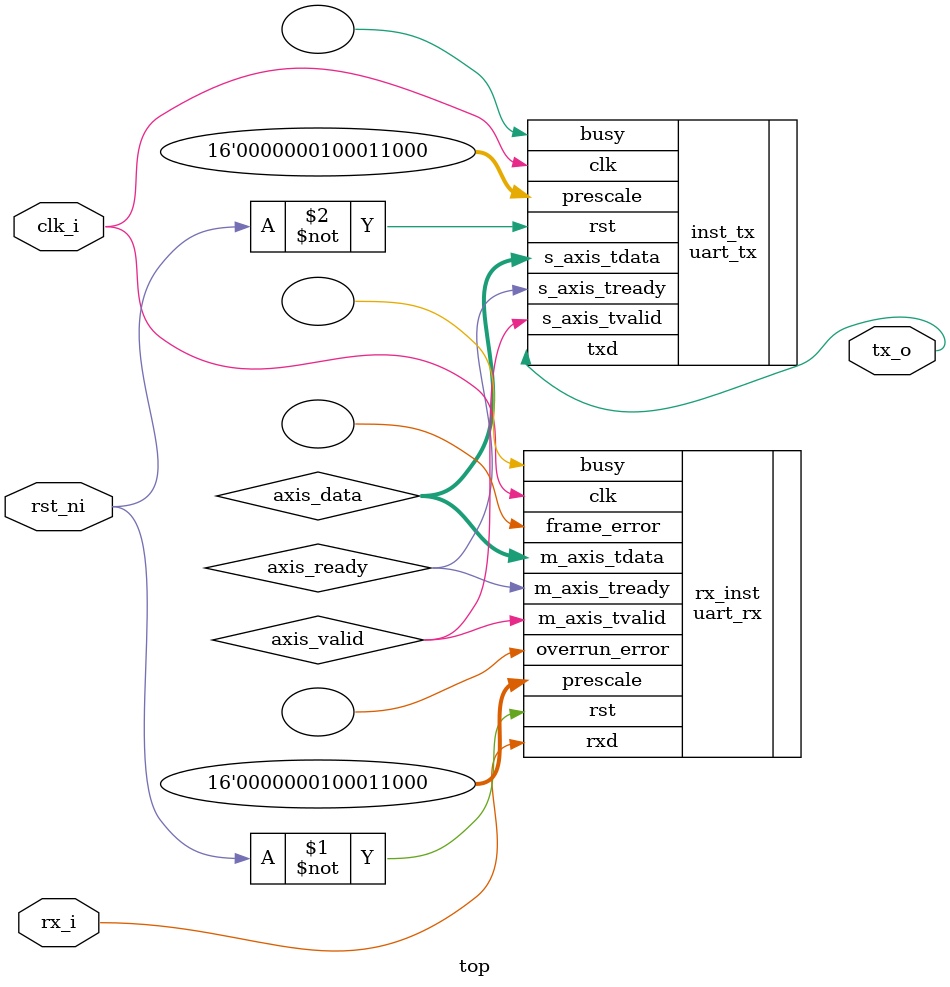
<source format=sv>
`timescale 1ns / 1ps

module top #(
    parameter int ClkFreq = 32256000,
    parameter int BaudRate = 115200  
    // from piazza post clk freq is 32.256 Mhz
    // Baudrate is standard as per the post
    /*prescale = clk frequency /(baud rate*8)-1;*/
   /* from Sifferman/Piazza*/
    //https://support.sbg-systems.com/sc/kb/latest/technology-insights/uart-baud-rate-and-output-rate
 /*
    Baud rate =  number of bytes * total bits per frame * output rate of message in Hz
    total bits per frame = data bits + start bit + stop bit + parity ( optional)
    8 bits of data + 1start + 1stop = 10 bits per frame
    in our case: 
    total bits per frame - 10  
    output rate of message in Hz - ? TBD
    number of bytes - ? TBD
    */
) (
    input logic clk_i,
    input logic rst_ni,

    input  logic rx_i,
    output logic tx_o
);

    // Prescale from third party Ip
    localparam logic [15:0] uart_prescale = 16'(ClkFreq / BaudRate); 

    logic [7:0] axis_data;  
    logic       axis_valid;  
    logic       axis_ready; 
    uart_rx #(
        .DATA_WIDTH(8)
    ) rx_inst (
        .clk          (clk_i),
        .rst          (~rst_ni),
        .m_axis_tdata (axis_data),   // interface with tx 
        .m_axis_tvalid(axis_valid),   
        .m_axis_tready(axis_ready),   
        .rxd          (rx_i),
        .busy         (),
        .overrun_error(),
        .frame_error  (),
        .prescale     (uart_prescale)
    );

    uart_tx #(
        .DATA_WIDTH(8)
    ) inst_tx (
        .clk          (clk_i),
        .rst          (~rst_ni),
        .s_axis_tdata (axis_data),
        .s_axis_tvalid(axis_valid),
        .s_axis_tready(axis_ready),
        .txd          (tx_o),
        .busy         (),
        .prescale     (uart_prescale)
    );

endmodule

</source>
